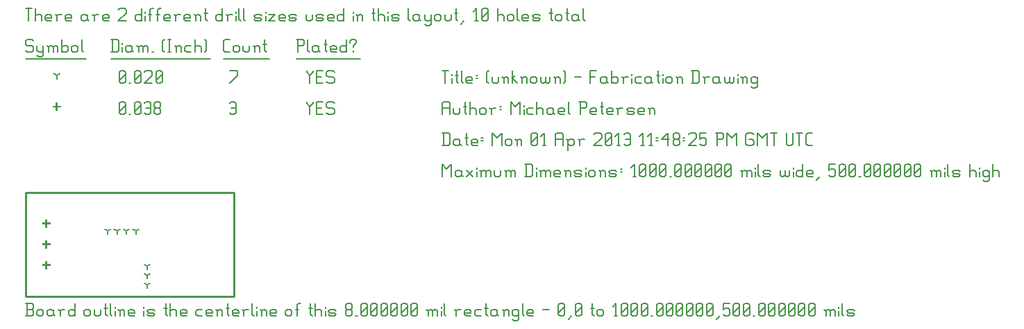
<source format=gbr>
G04 start of page 11 for group -3984 idx -3984 *
G04 Title: (unknown), fab *
G04 Creator: pcb 20110918 *
G04 CreationDate: Mon 01 Apr 2013 11:48:25 PM GMT UTC *
G04 For: railfan *
G04 Format: Gerber/RS-274X *
G04 PCB-Dimensions: 100000 50000 *
G04 PCB-Coordinate-Origin: lower left *
%MOIN*%
%FSLAX25Y25*%
%LNFAB*%
%ADD50C,0.0100*%
%ADD49C,0.0060*%
%ADD48R,0.0080X0.0080*%
G54D48*X10000Y36600D02*Y33400D01*
X8400Y35000D02*X11600D01*
X10000Y26600D02*Y23400D01*
X8400Y25000D02*X11600D01*
X10000Y16600D02*Y13400D01*
X8400Y15000D02*X11600D01*
X15000Y92850D02*Y89650D01*
X13400Y91250D02*X16600D01*
G54D49*X135000Y93500D02*Y92750D01*
X136500Y91250D01*
X138000Y92750D01*
Y93500D02*Y92750D01*
X136500Y91250D02*Y87500D01*
X139800Y90500D02*X142050D01*
X139800Y87500D02*X142800D01*
X139800Y93500D02*Y87500D01*
Y93500D02*X142800D01*
X147600D02*X148350Y92750D01*
X145350Y93500D02*X147600D01*
X144600Y92750D02*X145350Y93500D01*
X144600Y92750D02*Y91250D01*
X145350Y90500D01*
X147600D01*
X148350Y89750D01*
Y88250D01*
X147600Y87500D02*X148350Y88250D01*
X145350Y87500D02*X147600D01*
X144600Y88250D02*X145350Y87500D01*
X98000Y92750D02*X98750Y93500D01*
X100250D01*
X101000Y92750D01*
Y88250D01*
X100250Y87500D02*X101000Y88250D01*
X98750Y87500D02*X100250D01*
X98000Y88250D02*X98750Y87500D01*
Y90500D02*X101000D01*
X45000Y88250D02*X45750Y87500D01*
X45000Y92750D02*Y88250D01*
Y92750D02*X45750Y93500D01*
X47250D01*
X48000Y92750D01*
Y88250D01*
X47250Y87500D02*X48000Y88250D01*
X45750Y87500D02*X47250D01*
X45000Y89000D02*X48000Y92000D01*
X49800Y87500D02*X50550D01*
X52350Y88250D02*X53100Y87500D01*
X52350Y92750D02*Y88250D01*
Y92750D02*X53100Y93500D01*
X54600D01*
X55350Y92750D01*
Y88250D01*
X54600Y87500D02*X55350Y88250D01*
X53100Y87500D02*X54600D01*
X52350Y89000D02*X55350Y92000D01*
X57150Y92750D02*X57900Y93500D01*
X59400D01*
X60150Y92750D01*
Y88250D01*
X59400Y87500D02*X60150Y88250D01*
X57900Y87500D02*X59400D01*
X57150Y88250D02*X57900Y87500D01*
Y90500D02*X60150D01*
X61950Y88250D02*X62700Y87500D01*
X61950Y89750D02*Y88250D01*
Y89750D02*X62700Y90500D01*
X64200D01*
X64950Y89750D01*
Y88250D01*
X64200Y87500D02*X64950Y88250D01*
X62700Y87500D02*X64200D01*
X61950Y91250D02*X62700Y90500D01*
X61950Y92750D02*Y91250D01*
Y92750D02*X62700Y93500D01*
X64200D01*
X64950Y92750D01*
Y91250D01*
X64200Y90500D02*X64950Y91250D01*
X44000Y31500D02*Y29900D01*
Y31500D02*X45387Y32300D01*
X44000Y31500D02*X42613Y32300D01*
X53000Y31500D02*Y29900D01*
Y31500D02*X54387Y32300D01*
X53000Y31500D02*X51613Y32300D01*
X39500Y31500D02*Y29900D01*
Y31500D02*X40887Y32300D01*
X39500Y31500D02*X38113Y32300D01*
X48500Y31500D02*Y29900D01*
Y31500D02*X49887Y32300D01*
X48500Y31500D02*X47113Y32300D01*
X58500Y14500D02*Y12900D01*
Y14500D02*X59887Y15300D01*
X58500Y14500D02*X57113Y15300D01*
X58500Y10000D02*Y8400D01*
Y10000D02*X59887Y10800D01*
X58500Y10000D02*X57113Y10800D01*
X58500Y5500D02*Y3900D01*
Y5500D02*X59887Y6300D01*
X58500Y5500D02*X57113Y6300D01*
X15000Y106250D02*Y104650D01*
Y106250D02*X16387Y107050D01*
X15000Y106250D02*X13613Y107050D01*
X135000Y108500D02*Y107750D01*
X136500Y106250D01*
X138000Y107750D01*
Y108500D02*Y107750D01*
X136500Y106250D02*Y102500D01*
X139800Y105500D02*X142050D01*
X139800Y102500D02*X142800D01*
X139800Y108500D02*Y102500D01*
Y108500D02*X142800D01*
X147600D02*X148350Y107750D01*
X145350Y108500D02*X147600D01*
X144600Y107750D02*X145350Y108500D01*
X144600Y107750D02*Y106250D01*
X145350Y105500D01*
X147600D01*
X148350Y104750D01*
Y103250D01*
X147600Y102500D02*X148350Y103250D01*
X145350Y102500D02*X147600D01*
X144600Y103250D02*X145350Y102500D01*
X98000D02*X101750Y106250D01*
Y108500D02*Y106250D01*
X98000Y108500D02*X101750D01*
X45000Y103250D02*X45750Y102500D01*
X45000Y107750D02*Y103250D01*
Y107750D02*X45750Y108500D01*
X47250D01*
X48000Y107750D01*
Y103250D01*
X47250Y102500D02*X48000Y103250D01*
X45750Y102500D02*X47250D01*
X45000Y104000D02*X48000Y107000D01*
X49800Y102500D02*X50550D01*
X52350Y103250D02*X53100Y102500D01*
X52350Y107750D02*Y103250D01*
Y107750D02*X53100Y108500D01*
X54600D01*
X55350Y107750D01*
Y103250D01*
X54600Y102500D02*X55350Y103250D01*
X53100Y102500D02*X54600D01*
X52350Y104000D02*X55350Y107000D01*
X57150Y107750D02*X57900Y108500D01*
X60150D01*
X60900Y107750D01*
Y106250D01*
X57150Y102500D02*X60900Y106250D01*
X57150Y102500D02*X60900D01*
X62700Y103250D02*X63450Y102500D01*
X62700Y107750D02*Y103250D01*
Y107750D02*X63450Y108500D01*
X64950D01*
X65700Y107750D01*
Y103250D01*
X64950Y102500D02*X65700Y103250D01*
X63450Y102500D02*X64950D01*
X62700Y104000D02*X65700Y107000D01*
X3000Y123500D02*X3750Y122750D01*
X750Y123500D02*X3000D01*
X0Y122750D02*X750Y123500D01*
X0Y122750D02*Y121250D01*
X750Y120500D01*
X3000D01*
X3750Y119750D01*
Y118250D01*
X3000Y117500D02*X3750Y118250D01*
X750Y117500D02*X3000D01*
X0Y118250D02*X750Y117500D01*
X5550Y120500D02*Y118250D01*
X6300Y117500D01*
X8550Y120500D02*Y116000D01*
X7800Y115250D02*X8550Y116000D01*
X6300Y115250D02*X7800D01*
X5550Y116000D02*X6300Y115250D01*
Y117500D02*X7800D01*
X8550Y118250D01*
X11100Y119750D02*Y117500D01*
Y119750D02*X11850Y120500D01*
X12600D01*
X13350Y119750D01*
Y117500D01*
Y119750D02*X14100Y120500D01*
X14850D01*
X15600Y119750D01*
Y117500D01*
X10350Y120500D02*X11100Y119750D01*
X17400Y123500D02*Y117500D01*
Y118250D02*X18150Y117500D01*
X19650D01*
X20400Y118250D01*
Y119750D02*Y118250D01*
X19650Y120500D02*X20400Y119750D01*
X18150Y120500D02*X19650D01*
X17400Y119750D02*X18150Y120500D01*
X22200Y119750D02*Y118250D01*
Y119750D02*X22950Y120500D01*
X24450D01*
X25200Y119750D01*
Y118250D01*
X24450Y117500D02*X25200Y118250D01*
X22950Y117500D02*X24450D01*
X22200Y118250D02*X22950Y117500D01*
X27000Y123500D02*Y118250D01*
X27750Y117500D01*
X0Y114250D02*X29250D01*
X41750Y123500D02*Y117500D01*
X44000Y123500D02*X44750Y122750D01*
Y118250D01*
X44000Y117500D02*X44750Y118250D01*
X41000Y117500D02*X44000D01*
X41000Y123500D02*X44000D01*
X46550Y122000D02*Y121250D01*
Y119750D02*Y117500D01*
X50300Y120500D02*X51050Y119750D01*
X48800Y120500D02*X50300D01*
X48050Y119750D02*X48800Y120500D01*
X48050Y119750D02*Y118250D01*
X48800Y117500D01*
X51050Y120500D02*Y118250D01*
X51800Y117500D01*
X48800D02*X50300D01*
X51050Y118250D01*
X54350Y119750D02*Y117500D01*
Y119750D02*X55100Y120500D01*
X55850D01*
X56600Y119750D01*
Y117500D01*
Y119750D02*X57350Y120500D01*
X58100D01*
X58850Y119750D01*
Y117500D01*
X53600Y120500D02*X54350Y119750D01*
X60650Y117500D02*X61400D01*
X65900Y118250D02*X66650Y117500D01*
X65900Y122750D02*X66650Y123500D01*
X65900Y122750D02*Y118250D01*
X68450Y123500D02*X69950D01*
X69200D02*Y117500D01*
X68450D02*X69950D01*
X72500Y119750D02*Y117500D01*
Y119750D02*X73250Y120500D01*
X74000D01*
X74750Y119750D01*
Y117500D01*
X71750Y120500D02*X72500Y119750D01*
X77300Y120500D02*X79550D01*
X76550Y119750D02*X77300Y120500D01*
X76550Y119750D02*Y118250D01*
X77300Y117500D01*
X79550D01*
X81350Y123500D02*Y117500D01*
Y119750D02*X82100Y120500D01*
X83600D01*
X84350Y119750D01*
Y117500D01*
X86150Y123500D02*X86900Y122750D01*
Y118250D01*
X86150Y117500D02*X86900Y118250D01*
X41000Y114250D02*X88700D01*
X95750Y117500D02*X98000D01*
X95000Y118250D02*X95750Y117500D01*
X95000Y122750D02*Y118250D01*
Y122750D02*X95750Y123500D01*
X98000D01*
X99800Y119750D02*Y118250D01*
Y119750D02*X100550Y120500D01*
X102050D01*
X102800Y119750D01*
Y118250D01*
X102050Y117500D02*X102800Y118250D01*
X100550Y117500D02*X102050D01*
X99800Y118250D02*X100550Y117500D01*
X104600Y120500D02*Y118250D01*
X105350Y117500D01*
X106850D01*
X107600Y118250D01*
Y120500D02*Y118250D01*
X110150Y119750D02*Y117500D01*
Y119750D02*X110900Y120500D01*
X111650D01*
X112400Y119750D01*
Y117500D01*
X109400Y120500D02*X110150Y119750D01*
X114950Y123500D02*Y118250D01*
X115700Y117500D01*
X114200Y121250D02*X115700D01*
X95000Y114250D02*X117200D01*
X130750Y123500D02*Y117500D01*
X130000Y123500D02*X133000D01*
X133750Y122750D01*
Y121250D01*
X133000Y120500D02*X133750Y121250D01*
X130750Y120500D02*X133000D01*
X135550Y123500D02*Y118250D01*
X136300Y117500D01*
X140050Y120500D02*X140800Y119750D01*
X138550Y120500D02*X140050D01*
X137800Y119750D02*X138550Y120500D01*
X137800Y119750D02*Y118250D01*
X138550Y117500D01*
X140800Y120500D02*Y118250D01*
X141550Y117500D01*
X138550D02*X140050D01*
X140800Y118250D01*
X144100Y123500D02*Y118250D01*
X144850Y117500D01*
X143350Y121250D02*X144850D01*
X147100Y117500D02*X149350D01*
X146350Y118250D02*X147100Y117500D01*
X146350Y119750D02*Y118250D01*
Y119750D02*X147100Y120500D01*
X148600D01*
X149350Y119750D01*
X146350Y119000D02*X149350D01*
Y119750D02*Y119000D01*
X154150Y123500D02*Y117500D01*
X153400D02*X154150Y118250D01*
X151900Y117500D02*X153400D01*
X151150Y118250D02*X151900Y117500D01*
X151150Y119750D02*Y118250D01*
Y119750D02*X151900Y120500D01*
X153400D01*
X154150Y119750D01*
X157450Y120500D02*Y119750D01*
Y118250D02*Y117500D01*
X155950Y122750D02*Y122000D01*
Y122750D02*X156700Y123500D01*
X158200D01*
X158950Y122750D01*
Y122000D01*
X157450Y120500D02*X158950Y122000D01*
X130000Y114250D02*X160750D01*
X0Y138500D02*X3000D01*
X1500D02*Y132500D01*
X4800Y138500D02*Y132500D01*
Y134750D02*X5550Y135500D01*
X7050D01*
X7800Y134750D01*
Y132500D01*
X10350D02*X12600D01*
X9600Y133250D02*X10350Y132500D01*
X9600Y134750D02*Y133250D01*
Y134750D02*X10350Y135500D01*
X11850D01*
X12600Y134750D01*
X9600Y134000D02*X12600D01*
Y134750D02*Y134000D01*
X15150Y134750D02*Y132500D01*
Y134750D02*X15900Y135500D01*
X17400D01*
X14400D02*X15150Y134750D01*
X19950Y132500D02*X22200D01*
X19200Y133250D02*X19950Y132500D01*
X19200Y134750D02*Y133250D01*
Y134750D02*X19950Y135500D01*
X21450D01*
X22200Y134750D01*
X19200Y134000D02*X22200D01*
Y134750D02*Y134000D01*
X28950Y135500D02*X29700Y134750D01*
X27450Y135500D02*X28950D01*
X26700Y134750D02*X27450Y135500D01*
X26700Y134750D02*Y133250D01*
X27450Y132500D01*
X29700Y135500D02*Y133250D01*
X30450Y132500D01*
X27450D02*X28950D01*
X29700Y133250D01*
X33000Y134750D02*Y132500D01*
Y134750D02*X33750Y135500D01*
X35250D01*
X32250D02*X33000Y134750D01*
X37800Y132500D02*X40050D01*
X37050Y133250D02*X37800Y132500D01*
X37050Y134750D02*Y133250D01*
Y134750D02*X37800Y135500D01*
X39300D01*
X40050Y134750D01*
X37050Y134000D02*X40050D01*
Y134750D02*Y134000D01*
X44550Y137750D02*X45300Y138500D01*
X47550D01*
X48300Y137750D01*
Y136250D01*
X44550Y132500D02*X48300Y136250D01*
X44550Y132500D02*X48300D01*
X55800Y138500D02*Y132500D01*
X55050D02*X55800Y133250D01*
X53550Y132500D02*X55050D01*
X52800Y133250D02*X53550Y132500D01*
X52800Y134750D02*Y133250D01*
Y134750D02*X53550Y135500D01*
X55050D01*
X55800Y134750D01*
X57600Y137000D02*Y136250D01*
Y134750D02*Y132500D01*
X59850Y137750D02*Y132500D01*
Y137750D02*X60600Y138500D01*
X61350D01*
X59100Y135500D02*X60600D01*
X63600Y137750D02*Y132500D01*
Y137750D02*X64350Y138500D01*
X65100D01*
X62850Y135500D02*X64350D01*
X67350Y132500D02*X69600D01*
X66600Y133250D02*X67350Y132500D01*
X66600Y134750D02*Y133250D01*
Y134750D02*X67350Y135500D01*
X68850D01*
X69600Y134750D01*
X66600Y134000D02*X69600D01*
Y134750D02*Y134000D01*
X72150Y134750D02*Y132500D01*
Y134750D02*X72900Y135500D01*
X74400D01*
X71400D02*X72150Y134750D01*
X76950Y132500D02*X79200D01*
X76200Y133250D02*X76950Y132500D01*
X76200Y134750D02*Y133250D01*
Y134750D02*X76950Y135500D01*
X78450D01*
X79200Y134750D01*
X76200Y134000D02*X79200D01*
Y134750D02*Y134000D01*
X81750Y134750D02*Y132500D01*
Y134750D02*X82500Y135500D01*
X83250D01*
X84000Y134750D01*
Y132500D01*
X81000Y135500D02*X81750Y134750D01*
X86550Y138500D02*Y133250D01*
X87300Y132500D01*
X85800Y136250D02*X87300D01*
X94500Y138500D02*Y132500D01*
X93750D02*X94500Y133250D01*
X92250Y132500D02*X93750D01*
X91500Y133250D02*X92250Y132500D01*
X91500Y134750D02*Y133250D01*
Y134750D02*X92250Y135500D01*
X93750D01*
X94500Y134750D01*
X97050D02*Y132500D01*
Y134750D02*X97800Y135500D01*
X99300D01*
X96300D02*X97050Y134750D01*
X101100Y137000D02*Y136250D01*
Y134750D02*Y132500D01*
X102600Y138500D02*Y133250D01*
X103350Y132500D01*
X104850Y138500D02*Y133250D01*
X105600Y132500D01*
X110550D02*X112800D01*
X113550Y133250D01*
X112800Y134000D02*X113550Y133250D01*
X110550Y134000D02*X112800D01*
X109800Y134750D02*X110550Y134000D01*
X109800Y134750D02*X110550Y135500D01*
X112800D01*
X113550Y134750D01*
X109800Y133250D02*X110550Y132500D01*
X115350Y137000D02*Y136250D01*
Y134750D02*Y132500D01*
X116850Y135500D02*X119850D01*
X116850Y132500D02*X119850Y135500D01*
X116850Y132500D02*X119850D01*
X122400D02*X124650D01*
X121650Y133250D02*X122400Y132500D01*
X121650Y134750D02*Y133250D01*
Y134750D02*X122400Y135500D01*
X123900D01*
X124650Y134750D01*
X121650Y134000D02*X124650D01*
Y134750D02*Y134000D01*
X127200Y132500D02*X129450D01*
X130200Y133250D01*
X129450Y134000D02*X130200Y133250D01*
X127200Y134000D02*X129450D01*
X126450Y134750D02*X127200Y134000D01*
X126450Y134750D02*X127200Y135500D01*
X129450D01*
X130200Y134750D01*
X126450Y133250D02*X127200Y132500D01*
X134700Y135500D02*Y133250D01*
X135450Y132500D01*
X136950D01*
X137700Y133250D01*
Y135500D02*Y133250D01*
X140250Y132500D02*X142500D01*
X143250Y133250D01*
X142500Y134000D02*X143250Y133250D01*
X140250Y134000D02*X142500D01*
X139500Y134750D02*X140250Y134000D01*
X139500Y134750D02*X140250Y135500D01*
X142500D01*
X143250Y134750D01*
X139500Y133250D02*X140250Y132500D01*
X145800D02*X148050D01*
X145050Y133250D02*X145800Y132500D01*
X145050Y134750D02*Y133250D01*
Y134750D02*X145800Y135500D01*
X147300D01*
X148050Y134750D01*
X145050Y134000D02*X148050D01*
Y134750D02*Y134000D01*
X152850Y138500D02*Y132500D01*
X152100D02*X152850Y133250D01*
X150600Y132500D02*X152100D01*
X149850Y133250D02*X150600Y132500D01*
X149850Y134750D02*Y133250D01*
Y134750D02*X150600Y135500D01*
X152100D01*
X152850Y134750D01*
X157350Y137000D02*Y136250D01*
Y134750D02*Y132500D01*
X159600Y134750D02*Y132500D01*
Y134750D02*X160350Y135500D01*
X161100D01*
X161850Y134750D01*
Y132500D01*
X158850Y135500D02*X159600Y134750D01*
X167100Y138500D02*Y133250D01*
X167850Y132500D01*
X166350Y136250D02*X167850D01*
X169350Y138500D02*Y132500D01*
Y134750D02*X170100Y135500D01*
X171600D01*
X172350Y134750D01*
Y132500D01*
X174150Y137000D02*Y136250D01*
Y134750D02*Y132500D01*
X176400D02*X178650D01*
X179400Y133250D01*
X178650Y134000D02*X179400Y133250D01*
X176400Y134000D02*X178650D01*
X175650Y134750D02*X176400Y134000D01*
X175650Y134750D02*X176400Y135500D01*
X178650D01*
X179400Y134750D01*
X175650Y133250D02*X176400Y132500D01*
X183900Y138500D02*Y133250D01*
X184650Y132500D01*
X188400Y135500D02*X189150Y134750D01*
X186900Y135500D02*X188400D01*
X186150Y134750D02*X186900Y135500D01*
X186150Y134750D02*Y133250D01*
X186900Y132500D01*
X189150Y135500D02*Y133250D01*
X189900Y132500D01*
X186900D02*X188400D01*
X189150Y133250D01*
X191700Y135500D02*Y133250D01*
X192450Y132500D01*
X194700Y135500D02*Y131000D01*
X193950Y130250D02*X194700Y131000D01*
X192450Y130250D02*X193950D01*
X191700Y131000D02*X192450Y130250D01*
Y132500D02*X193950D01*
X194700Y133250D01*
X196500Y134750D02*Y133250D01*
Y134750D02*X197250Y135500D01*
X198750D01*
X199500Y134750D01*
Y133250D01*
X198750Y132500D02*X199500Y133250D01*
X197250Y132500D02*X198750D01*
X196500Y133250D02*X197250Y132500D01*
X201300Y135500D02*Y133250D01*
X202050Y132500D01*
X203550D01*
X204300Y133250D01*
Y135500D02*Y133250D01*
X206850Y138500D02*Y133250D01*
X207600Y132500D01*
X206100Y136250D02*X207600D01*
X209100Y131000D02*X210600Y132500D01*
X215850D02*X217350D01*
X216600Y138500D02*Y132500D01*
X215100Y137000D02*X216600Y138500D01*
X219150Y133250D02*X219900Y132500D01*
X219150Y137750D02*Y133250D01*
Y137750D02*X219900Y138500D01*
X221400D01*
X222150Y137750D01*
Y133250D01*
X221400Y132500D02*X222150Y133250D01*
X219900Y132500D02*X221400D01*
X219150Y134000D02*X222150Y137000D01*
X226650Y138500D02*Y132500D01*
Y134750D02*X227400Y135500D01*
X228900D01*
X229650Y134750D01*
Y132500D01*
X231450Y134750D02*Y133250D01*
Y134750D02*X232200Y135500D01*
X233700D01*
X234450Y134750D01*
Y133250D01*
X233700Y132500D02*X234450Y133250D01*
X232200Y132500D02*X233700D01*
X231450Y133250D02*X232200Y132500D01*
X236250Y138500D02*Y133250D01*
X237000Y132500D01*
X239250D02*X241500D01*
X238500Y133250D02*X239250Y132500D01*
X238500Y134750D02*Y133250D01*
Y134750D02*X239250Y135500D01*
X240750D01*
X241500Y134750D01*
X238500Y134000D02*X241500D01*
Y134750D02*Y134000D01*
X244050Y132500D02*X246300D01*
X247050Y133250D01*
X246300Y134000D02*X247050Y133250D01*
X244050Y134000D02*X246300D01*
X243300Y134750D02*X244050Y134000D01*
X243300Y134750D02*X244050Y135500D01*
X246300D01*
X247050Y134750D01*
X243300Y133250D02*X244050Y132500D01*
X252300Y138500D02*Y133250D01*
X253050Y132500D01*
X251550Y136250D02*X253050D01*
X254550Y134750D02*Y133250D01*
Y134750D02*X255300Y135500D01*
X256800D01*
X257550Y134750D01*
Y133250D01*
X256800Y132500D02*X257550Y133250D01*
X255300Y132500D02*X256800D01*
X254550Y133250D02*X255300Y132500D01*
X260100Y138500D02*Y133250D01*
X260850Y132500D01*
X259350Y136250D02*X260850D01*
X264600Y135500D02*X265350Y134750D01*
X263100Y135500D02*X264600D01*
X262350Y134750D02*X263100Y135500D01*
X262350Y134750D02*Y133250D01*
X263100Y132500D01*
X265350Y135500D02*Y133250D01*
X266100Y132500D01*
X263100D02*X264600D01*
X265350Y133250D01*
X267900Y138500D02*Y133250D01*
X268650Y132500D01*
G54D50*X0Y50000D02*X100000D01*
X0D02*Y0D01*
X100000Y50000D02*Y0D01*
X0D02*X100000D01*
G54D49*X200000Y63500D02*Y57500D01*
Y63500D02*X202250Y61250D01*
X204500Y63500D01*
Y57500D01*
X208550Y60500D02*X209300Y59750D01*
X207050Y60500D02*X208550D01*
X206300Y59750D02*X207050Y60500D01*
X206300Y59750D02*Y58250D01*
X207050Y57500D01*
X209300Y60500D02*Y58250D01*
X210050Y57500D01*
X207050D02*X208550D01*
X209300Y58250D01*
X211850Y60500D02*X214850Y57500D01*
X211850D02*X214850Y60500D01*
X216650Y62000D02*Y61250D01*
Y59750D02*Y57500D01*
X218900Y59750D02*Y57500D01*
Y59750D02*X219650Y60500D01*
X220400D01*
X221150Y59750D01*
Y57500D01*
Y59750D02*X221900Y60500D01*
X222650D01*
X223400Y59750D01*
Y57500D01*
X218150Y60500D02*X218900Y59750D01*
X225200Y60500D02*Y58250D01*
X225950Y57500D01*
X227450D01*
X228200Y58250D01*
Y60500D02*Y58250D01*
X230750Y59750D02*Y57500D01*
Y59750D02*X231500Y60500D01*
X232250D01*
X233000Y59750D01*
Y57500D01*
Y59750D02*X233750Y60500D01*
X234500D01*
X235250Y59750D01*
Y57500D01*
X230000Y60500D02*X230750Y59750D01*
X240500Y63500D02*Y57500D01*
X242750Y63500D02*X243500Y62750D01*
Y58250D01*
X242750Y57500D02*X243500Y58250D01*
X239750Y57500D02*X242750D01*
X239750Y63500D02*X242750D01*
X245300Y62000D02*Y61250D01*
Y59750D02*Y57500D01*
X247550Y59750D02*Y57500D01*
Y59750D02*X248300Y60500D01*
X249050D01*
X249800Y59750D01*
Y57500D01*
Y59750D02*X250550Y60500D01*
X251300D01*
X252050Y59750D01*
Y57500D01*
X246800Y60500D02*X247550Y59750D01*
X254600Y57500D02*X256850D01*
X253850Y58250D02*X254600Y57500D01*
X253850Y59750D02*Y58250D01*
Y59750D02*X254600Y60500D01*
X256100D01*
X256850Y59750D01*
X253850Y59000D02*X256850D01*
Y59750D02*Y59000D01*
X259400Y59750D02*Y57500D01*
Y59750D02*X260150Y60500D01*
X260900D01*
X261650Y59750D01*
Y57500D01*
X258650Y60500D02*X259400Y59750D01*
X264200Y57500D02*X266450D01*
X267200Y58250D01*
X266450Y59000D02*X267200Y58250D01*
X264200Y59000D02*X266450D01*
X263450Y59750D02*X264200Y59000D01*
X263450Y59750D02*X264200Y60500D01*
X266450D01*
X267200Y59750D01*
X263450Y58250D02*X264200Y57500D01*
X269000Y62000D02*Y61250D01*
Y59750D02*Y57500D01*
X270500Y59750D02*Y58250D01*
Y59750D02*X271250Y60500D01*
X272750D01*
X273500Y59750D01*
Y58250D01*
X272750Y57500D02*X273500Y58250D01*
X271250Y57500D02*X272750D01*
X270500Y58250D02*X271250Y57500D01*
X276050Y59750D02*Y57500D01*
Y59750D02*X276800Y60500D01*
X277550D01*
X278300Y59750D01*
Y57500D01*
X275300Y60500D02*X276050Y59750D01*
X280850Y57500D02*X283100D01*
X283850Y58250D01*
X283100Y59000D02*X283850Y58250D01*
X280850Y59000D02*X283100D01*
X280100Y59750D02*X280850Y59000D01*
X280100Y59750D02*X280850Y60500D01*
X283100D01*
X283850Y59750D01*
X280100Y58250D02*X280850Y57500D01*
X285650Y61250D02*X286400D01*
X285650Y59750D02*X286400D01*
X291650Y57500D02*X293150D01*
X292400Y63500D02*Y57500D01*
X290900Y62000D02*X292400Y63500D01*
X294950Y58250D02*X295700Y57500D01*
X294950Y62750D02*Y58250D01*
Y62750D02*X295700Y63500D01*
X297200D01*
X297950Y62750D01*
Y58250D01*
X297200Y57500D02*X297950Y58250D01*
X295700Y57500D02*X297200D01*
X294950Y59000D02*X297950Y62000D01*
X299750Y58250D02*X300500Y57500D01*
X299750Y62750D02*Y58250D01*
Y62750D02*X300500Y63500D01*
X302000D01*
X302750Y62750D01*
Y58250D01*
X302000Y57500D02*X302750Y58250D01*
X300500Y57500D02*X302000D01*
X299750Y59000D02*X302750Y62000D01*
X304550Y58250D02*X305300Y57500D01*
X304550Y62750D02*Y58250D01*
Y62750D02*X305300Y63500D01*
X306800D01*
X307550Y62750D01*
Y58250D01*
X306800Y57500D02*X307550Y58250D01*
X305300Y57500D02*X306800D01*
X304550Y59000D02*X307550Y62000D01*
X309350Y57500D02*X310100D01*
X311900Y58250D02*X312650Y57500D01*
X311900Y62750D02*Y58250D01*
Y62750D02*X312650Y63500D01*
X314150D01*
X314900Y62750D01*
Y58250D01*
X314150Y57500D02*X314900Y58250D01*
X312650Y57500D02*X314150D01*
X311900Y59000D02*X314900Y62000D01*
X316700Y58250D02*X317450Y57500D01*
X316700Y62750D02*Y58250D01*
Y62750D02*X317450Y63500D01*
X318950D01*
X319700Y62750D01*
Y58250D01*
X318950Y57500D02*X319700Y58250D01*
X317450Y57500D02*X318950D01*
X316700Y59000D02*X319700Y62000D01*
X321500Y58250D02*X322250Y57500D01*
X321500Y62750D02*Y58250D01*
Y62750D02*X322250Y63500D01*
X323750D01*
X324500Y62750D01*
Y58250D01*
X323750Y57500D02*X324500Y58250D01*
X322250Y57500D02*X323750D01*
X321500Y59000D02*X324500Y62000D01*
X326300Y58250D02*X327050Y57500D01*
X326300Y62750D02*Y58250D01*
Y62750D02*X327050Y63500D01*
X328550D01*
X329300Y62750D01*
Y58250D01*
X328550Y57500D02*X329300Y58250D01*
X327050Y57500D02*X328550D01*
X326300Y59000D02*X329300Y62000D01*
X331100Y58250D02*X331850Y57500D01*
X331100Y62750D02*Y58250D01*
Y62750D02*X331850Y63500D01*
X333350D01*
X334100Y62750D01*
Y58250D01*
X333350Y57500D02*X334100Y58250D01*
X331850Y57500D02*X333350D01*
X331100Y59000D02*X334100Y62000D01*
X335900Y58250D02*X336650Y57500D01*
X335900Y62750D02*Y58250D01*
Y62750D02*X336650Y63500D01*
X338150D01*
X338900Y62750D01*
Y58250D01*
X338150Y57500D02*X338900Y58250D01*
X336650Y57500D02*X338150D01*
X335900Y59000D02*X338900Y62000D01*
X344150Y59750D02*Y57500D01*
Y59750D02*X344900Y60500D01*
X345650D01*
X346400Y59750D01*
Y57500D01*
Y59750D02*X347150Y60500D01*
X347900D01*
X348650Y59750D01*
Y57500D01*
X343400Y60500D02*X344150Y59750D01*
X350450Y62000D02*Y61250D01*
Y59750D02*Y57500D01*
X351950Y63500D02*Y58250D01*
X352700Y57500D01*
X354950D02*X357200D01*
X357950Y58250D01*
X357200Y59000D02*X357950Y58250D01*
X354950Y59000D02*X357200D01*
X354200Y59750D02*X354950Y59000D01*
X354200Y59750D02*X354950Y60500D01*
X357200D01*
X357950Y59750D01*
X354200Y58250D02*X354950Y57500D01*
X362450Y60500D02*Y58250D01*
X363200Y57500D01*
X363950D01*
X364700Y58250D01*
Y60500D02*Y58250D01*
X365450Y57500D01*
X366200D01*
X366950Y58250D01*
Y60500D02*Y58250D01*
X368750Y62000D02*Y61250D01*
Y59750D02*Y57500D01*
X373250Y63500D02*Y57500D01*
X372500D02*X373250Y58250D01*
X371000Y57500D02*X372500D01*
X370250Y58250D02*X371000Y57500D01*
X370250Y59750D02*Y58250D01*
Y59750D02*X371000Y60500D01*
X372500D01*
X373250Y59750D01*
X375800Y57500D02*X378050D01*
X375050Y58250D02*X375800Y57500D01*
X375050Y59750D02*Y58250D01*
Y59750D02*X375800Y60500D01*
X377300D01*
X378050Y59750D01*
X375050Y59000D02*X378050D01*
Y59750D02*Y59000D01*
X379850Y56000D02*X381350Y57500D01*
X385850Y63500D02*X388850D01*
X385850D02*Y60500D01*
X386600Y61250D01*
X388100D01*
X388850Y60500D01*
Y58250D01*
X388100Y57500D02*X388850Y58250D01*
X386600Y57500D02*X388100D01*
X385850Y58250D02*X386600Y57500D01*
X390650Y58250D02*X391400Y57500D01*
X390650Y62750D02*Y58250D01*
Y62750D02*X391400Y63500D01*
X392900D01*
X393650Y62750D01*
Y58250D01*
X392900Y57500D02*X393650Y58250D01*
X391400Y57500D02*X392900D01*
X390650Y59000D02*X393650Y62000D01*
X395450Y58250D02*X396200Y57500D01*
X395450Y62750D02*Y58250D01*
Y62750D02*X396200Y63500D01*
X397700D01*
X398450Y62750D01*
Y58250D01*
X397700Y57500D02*X398450Y58250D01*
X396200Y57500D02*X397700D01*
X395450Y59000D02*X398450Y62000D01*
X400250Y57500D02*X401000D01*
X402800Y58250D02*X403550Y57500D01*
X402800Y62750D02*Y58250D01*
Y62750D02*X403550Y63500D01*
X405050D01*
X405800Y62750D01*
Y58250D01*
X405050Y57500D02*X405800Y58250D01*
X403550Y57500D02*X405050D01*
X402800Y59000D02*X405800Y62000D01*
X407600Y58250D02*X408350Y57500D01*
X407600Y62750D02*Y58250D01*
Y62750D02*X408350Y63500D01*
X409850D01*
X410600Y62750D01*
Y58250D01*
X409850Y57500D02*X410600Y58250D01*
X408350Y57500D02*X409850D01*
X407600Y59000D02*X410600Y62000D01*
X412400Y58250D02*X413150Y57500D01*
X412400Y62750D02*Y58250D01*
Y62750D02*X413150Y63500D01*
X414650D01*
X415400Y62750D01*
Y58250D01*
X414650Y57500D02*X415400Y58250D01*
X413150Y57500D02*X414650D01*
X412400Y59000D02*X415400Y62000D01*
X417200Y58250D02*X417950Y57500D01*
X417200Y62750D02*Y58250D01*
Y62750D02*X417950Y63500D01*
X419450D01*
X420200Y62750D01*
Y58250D01*
X419450Y57500D02*X420200Y58250D01*
X417950Y57500D02*X419450D01*
X417200Y59000D02*X420200Y62000D01*
X422000Y58250D02*X422750Y57500D01*
X422000Y62750D02*Y58250D01*
Y62750D02*X422750Y63500D01*
X424250D01*
X425000Y62750D01*
Y58250D01*
X424250Y57500D02*X425000Y58250D01*
X422750Y57500D02*X424250D01*
X422000Y59000D02*X425000Y62000D01*
X426800Y58250D02*X427550Y57500D01*
X426800Y62750D02*Y58250D01*
Y62750D02*X427550Y63500D01*
X429050D01*
X429800Y62750D01*
Y58250D01*
X429050Y57500D02*X429800Y58250D01*
X427550Y57500D02*X429050D01*
X426800Y59000D02*X429800Y62000D01*
X435050Y59750D02*Y57500D01*
Y59750D02*X435800Y60500D01*
X436550D01*
X437300Y59750D01*
Y57500D01*
Y59750D02*X438050Y60500D01*
X438800D01*
X439550Y59750D01*
Y57500D01*
X434300Y60500D02*X435050Y59750D01*
X441350Y62000D02*Y61250D01*
Y59750D02*Y57500D01*
X442850Y63500D02*Y58250D01*
X443600Y57500D01*
X445850D02*X448100D01*
X448850Y58250D01*
X448100Y59000D02*X448850Y58250D01*
X445850Y59000D02*X448100D01*
X445100Y59750D02*X445850Y59000D01*
X445100Y59750D02*X445850Y60500D01*
X448100D01*
X448850Y59750D01*
X445100Y58250D02*X445850Y57500D01*
X453350Y63500D02*Y57500D01*
Y59750D02*X454100Y60500D01*
X455600D01*
X456350Y59750D01*
Y57500D01*
X458150Y62000D02*Y61250D01*
Y59750D02*Y57500D01*
X461900Y60500D02*X462650Y59750D01*
X460400Y60500D02*X461900D01*
X459650Y59750D02*X460400Y60500D01*
X459650Y59750D02*Y58250D01*
X460400Y57500D01*
X461900D01*
X462650Y58250D01*
X459650Y56000D02*X460400Y55250D01*
X461900D01*
X462650Y56000D01*
Y60500D02*Y56000D01*
X464450Y63500D02*Y57500D01*
Y59750D02*X465200Y60500D01*
X466700D01*
X467450Y59750D01*
Y57500D01*
X0Y-9500D02*X3000D01*
X3750Y-8750D01*
Y-7250D02*Y-8750D01*
X3000Y-6500D02*X3750Y-7250D01*
X750Y-6500D02*X3000D01*
X750Y-3500D02*Y-9500D01*
X0Y-3500D02*X3000D01*
X3750Y-4250D01*
Y-5750D01*
X3000Y-6500D02*X3750Y-5750D01*
X5550Y-7250D02*Y-8750D01*
Y-7250D02*X6300Y-6500D01*
X7800D01*
X8550Y-7250D01*
Y-8750D01*
X7800Y-9500D02*X8550Y-8750D01*
X6300Y-9500D02*X7800D01*
X5550Y-8750D02*X6300Y-9500D01*
X12600Y-6500D02*X13350Y-7250D01*
X11100Y-6500D02*X12600D01*
X10350Y-7250D02*X11100Y-6500D01*
X10350Y-7250D02*Y-8750D01*
X11100Y-9500D01*
X13350Y-6500D02*Y-8750D01*
X14100Y-9500D01*
X11100D02*X12600D01*
X13350Y-8750D01*
X16650Y-7250D02*Y-9500D01*
Y-7250D02*X17400Y-6500D01*
X18900D01*
X15900D02*X16650Y-7250D01*
X23700Y-3500D02*Y-9500D01*
X22950D02*X23700Y-8750D01*
X21450Y-9500D02*X22950D01*
X20700Y-8750D02*X21450Y-9500D01*
X20700Y-7250D02*Y-8750D01*
Y-7250D02*X21450Y-6500D01*
X22950D01*
X23700Y-7250D01*
X28200D02*Y-8750D01*
Y-7250D02*X28950Y-6500D01*
X30450D01*
X31200Y-7250D01*
Y-8750D01*
X30450Y-9500D02*X31200Y-8750D01*
X28950Y-9500D02*X30450D01*
X28200Y-8750D02*X28950Y-9500D01*
X33000Y-6500D02*Y-8750D01*
X33750Y-9500D01*
X35250D01*
X36000Y-8750D01*
Y-6500D02*Y-8750D01*
X38550Y-3500D02*Y-8750D01*
X39300Y-9500D01*
X37800Y-5750D02*X39300D01*
X40800Y-3500D02*Y-8750D01*
X41550Y-9500D01*
X43050Y-5000D02*Y-5750D01*
Y-7250D02*Y-9500D01*
X45300Y-7250D02*Y-9500D01*
Y-7250D02*X46050Y-6500D01*
X46800D01*
X47550Y-7250D01*
Y-9500D01*
X44550Y-6500D02*X45300Y-7250D01*
X50100Y-9500D02*X52350D01*
X49350Y-8750D02*X50100Y-9500D01*
X49350Y-7250D02*Y-8750D01*
Y-7250D02*X50100Y-6500D01*
X51600D01*
X52350Y-7250D01*
X49350Y-8000D02*X52350D01*
Y-7250D02*Y-8000D01*
X56850Y-5000D02*Y-5750D01*
Y-7250D02*Y-9500D01*
X59100D02*X61350D01*
X62100Y-8750D01*
X61350Y-8000D02*X62100Y-8750D01*
X59100Y-8000D02*X61350D01*
X58350Y-7250D02*X59100Y-8000D01*
X58350Y-7250D02*X59100Y-6500D01*
X61350D01*
X62100Y-7250D01*
X58350Y-8750D02*X59100Y-9500D01*
X67350Y-3500D02*Y-8750D01*
X68100Y-9500D01*
X66600Y-5750D02*X68100D01*
X69600Y-3500D02*Y-9500D01*
Y-7250D02*X70350Y-6500D01*
X71850D01*
X72600Y-7250D01*
Y-9500D01*
X75150D02*X77400D01*
X74400Y-8750D02*X75150Y-9500D01*
X74400Y-7250D02*Y-8750D01*
Y-7250D02*X75150Y-6500D01*
X76650D01*
X77400Y-7250D01*
X74400Y-8000D02*X77400D01*
Y-7250D02*Y-8000D01*
X82650Y-6500D02*X84900D01*
X81900Y-7250D02*X82650Y-6500D01*
X81900Y-7250D02*Y-8750D01*
X82650Y-9500D01*
X84900D01*
X87450D02*X89700D01*
X86700Y-8750D02*X87450Y-9500D01*
X86700Y-7250D02*Y-8750D01*
Y-7250D02*X87450Y-6500D01*
X88950D01*
X89700Y-7250D01*
X86700Y-8000D02*X89700D01*
Y-7250D02*Y-8000D01*
X92250Y-7250D02*Y-9500D01*
Y-7250D02*X93000Y-6500D01*
X93750D01*
X94500Y-7250D01*
Y-9500D01*
X91500Y-6500D02*X92250Y-7250D01*
X97050Y-3500D02*Y-8750D01*
X97800Y-9500D01*
X96300Y-5750D02*X97800D01*
X100050Y-9500D02*X102300D01*
X99300Y-8750D02*X100050Y-9500D01*
X99300Y-7250D02*Y-8750D01*
Y-7250D02*X100050Y-6500D01*
X101550D01*
X102300Y-7250D01*
X99300Y-8000D02*X102300D01*
Y-7250D02*Y-8000D01*
X104850Y-7250D02*Y-9500D01*
Y-7250D02*X105600Y-6500D01*
X107100D01*
X104100D02*X104850Y-7250D01*
X108900Y-3500D02*Y-8750D01*
X109650Y-9500D01*
X111150Y-5000D02*Y-5750D01*
Y-7250D02*Y-9500D01*
X113400Y-7250D02*Y-9500D01*
Y-7250D02*X114150Y-6500D01*
X114900D01*
X115650Y-7250D01*
Y-9500D01*
X112650Y-6500D02*X113400Y-7250D01*
X118200Y-9500D02*X120450D01*
X117450Y-8750D02*X118200Y-9500D01*
X117450Y-7250D02*Y-8750D01*
Y-7250D02*X118200Y-6500D01*
X119700D01*
X120450Y-7250D01*
X117450Y-8000D02*X120450D01*
Y-7250D02*Y-8000D01*
X124950Y-7250D02*Y-8750D01*
Y-7250D02*X125700Y-6500D01*
X127200D01*
X127950Y-7250D01*
Y-8750D01*
X127200Y-9500D02*X127950Y-8750D01*
X125700Y-9500D02*X127200D01*
X124950Y-8750D02*X125700Y-9500D01*
X130500Y-4250D02*Y-9500D01*
Y-4250D02*X131250Y-3500D01*
X132000D01*
X129750Y-6500D02*X131250D01*
X136950Y-3500D02*Y-8750D01*
X137700Y-9500D01*
X136200Y-5750D02*X137700D01*
X139200Y-3500D02*Y-9500D01*
Y-7250D02*X139950Y-6500D01*
X141450D01*
X142200Y-7250D01*
Y-9500D01*
X144000Y-5000D02*Y-5750D01*
Y-7250D02*Y-9500D01*
X146250D02*X148500D01*
X149250Y-8750D01*
X148500Y-8000D02*X149250Y-8750D01*
X146250Y-8000D02*X148500D01*
X145500Y-7250D02*X146250Y-8000D01*
X145500Y-7250D02*X146250Y-6500D01*
X148500D01*
X149250Y-7250D01*
X145500Y-8750D02*X146250Y-9500D01*
X153750Y-8750D02*X154500Y-9500D01*
X153750Y-7250D02*Y-8750D01*
Y-7250D02*X154500Y-6500D01*
X156000D01*
X156750Y-7250D01*
Y-8750D01*
X156000Y-9500D02*X156750Y-8750D01*
X154500Y-9500D02*X156000D01*
X153750Y-5750D02*X154500Y-6500D01*
X153750Y-4250D02*Y-5750D01*
Y-4250D02*X154500Y-3500D01*
X156000D01*
X156750Y-4250D01*
Y-5750D01*
X156000Y-6500D02*X156750Y-5750D01*
X158550Y-9500D02*X159300D01*
X161100Y-8750D02*X161850Y-9500D01*
X161100Y-4250D02*Y-8750D01*
Y-4250D02*X161850Y-3500D01*
X163350D01*
X164100Y-4250D01*
Y-8750D01*
X163350Y-9500D02*X164100Y-8750D01*
X161850Y-9500D02*X163350D01*
X161100Y-8000D02*X164100Y-5000D01*
X165900Y-8750D02*X166650Y-9500D01*
X165900Y-4250D02*Y-8750D01*
Y-4250D02*X166650Y-3500D01*
X168150D01*
X168900Y-4250D01*
Y-8750D01*
X168150Y-9500D02*X168900Y-8750D01*
X166650Y-9500D02*X168150D01*
X165900Y-8000D02*X168900Y-5000D01*
X170700Y-8750D02*X171450Y-9500D01*
X170700Y-4250D02*Y-8750D01*
Y-4250D02*X171450Y-3500D01*
X172950D01*
X173700Y-4250D01*
Y-8750D01*
X172950Y-9500D02*X173700Y-8750D01*
X171450Y-9500D02*X172950D01*
X170700Y-8000D02*X173700Y-5000D01*
X175500Y-8750D02*X176250Y-9500D01*
X175500Y-4250D02*Y-8750D01*
Y-4250D02*X176250Y-3500D01*
X177750D01*
X178500Y-4250D01*
Y-8750D01*
X177750Y-9500D02*X178500Y-8750D01*
X176250Y-9500D02*X177750D01*
X175500Y-8000D02*X178500Y-5000D01*
X180300Y-8750D02*X181050Y-9500D01*
X180300Y-4250D02*Y-8750D01*
Y-4250D02*X181050Y-3500D01*
X182550D01*
X183300Y-4250D01*
Y-8750D01*
X182550Y-9500D02*X183300Y-8750D01*
X181050Y-9500D02*X182550D01*
X180300Y-8000D02*X183300Y-5000D01*
X185100Y-8750D02*X185850Y-9500D01*
X185100Y-4250D02*Y-8750D01*
Y-4250D02*X185850Y-3500D01*
X187350D01*
X188100Y-4250D01*
Y-8750D01*
X187350Y-9500D02*X188100Y-8750D01*
X185850Y-9500D02*X187350D01*
X185100Y-8000D02*X188100Y-5000D01*
X193350Y-7250D02*Y-9500D01*
Y-7250D02*X194100Y-6500D01*
X194850D01*
X195600Y-7250D01*
Y-9500D01*
Y-7250D02*X196350Y-6500D01*
X197100D01*
X197850Y-7250D01*
Y-9500D01*
X192600Y-6500D02*X193350Y-7250D01*
X199650Y-5000D02*Y-5750D01*
Y-7250D02*Y-9500D01*
X201150Y-3500D02*Y-8750D01*
X201900Y-9500D01*
X206850Y-7250D02*Y-9500D01*
Y-7250D02*X207600Y-6500D01*
X209100D01*
X206100D02*X206850Y-7250D01*
X211650Y-9500D02*X213900D01*
X210900Y-8750D02*X211650Y-9500D01*
X210900Y-7250D02*Y-8750D01*
Y-7250D02*X211650Y-6500D01*
X213150D01*
X213900Y-7250D01*
X210900Y-8000D02*X213900D01*
Y-7250D02*Y-8000D01*
X216450Y-6500D02*X218700D01*
X215700Y-7250D02*X216450Y-6500D01*
X215700Y-7250D02*Y-8750D01*
X216450Y-9500D01*
X218700D01*
X221250Y-3500D02*Y-8750D01*
X222000Y-9500D01*
X220500Y-5750D02*X222000D01*
X225750Y-6500D02*X226500Y-7250D01*
X224250Y-6500D02*X225750D01*
X223500Y-7250D02*X224250Y-6500D01*
X223500Y-7250D02*Y-8750D01*
X224250Y-9500D01*
X226500Y-6500D02*Y-8750D01*
X227250Y-9500D01*
X224250D02*X225750D01*
X226500Y-8750D01*
X229800Y-7250D02*Y-9500D01*
Y-7250D02*X230550Y-6500D01*
X231300D01*
X232050Y-7250D01*
Y-9500D01*
X229050Y-6500D02*X229800Y-7250D01*
X236100Y-6500D02*X236850Y-7250D01*
X234600Y-6500D02*X236100D01*
X233850Y-7250D02*X234600Y-6500D01*
X233850Y-7250D02*Y-8750D01*
X234600Y-9500D01*
X236100D01*
X236850Y-8750D01*
X233850Y-11000D02*X234600Y-11750D01*
X236100D01*
X236850Y-11000D01*
Y-6500D02*Y-11000D01*
X238650Y-3500D02*Y-8750D01*
X239400Y-9500D01*
X241650D02*X243900D01*
X240900Y-8750D02*X241650Y-9500D01*
X240900Y-7250D02*Y-8750D01*
Y-7250D02*X241650Y-6500D01*
X243150D01*
X243900Y-7250D01*
X240900Y-8000D02*X243900D01*
Y-7250D02*Y-8000D01*
X248400Y-6500D02*X251400D01*
X255900Y-8750D02*X256650Y-9500D01*
X255900Y-4250D02*Y-8750D01*
Y-4250D02*X256650Y-3500D01*
X258150D01*
X258900Y-4250D01*
Y-8750D01*
X258150Y-9500D02*X258900Y-8750D01*
X256650Y-9500D02*X258150D01*
X255900Y-8000D02*X258900Y-5000D01*
X260700Y-11000D02*X262200Y-9500D01*
X264000Y-8750D02*X264750Y-9500D01*
X264000Y-4250D02*Y-8750D01*
Y-4250D02*X264750Y-3500D01*
X266250D01*
X267000Y-4250D01*
Y-8750D01*
X266250Y-9500D02*X267000Y-8750D01*
X264750Y-9500D02*X266250D01*
X264000Y-8000D02*X267000Y-5000D01*
X272250Y-3500D02*Y-8750D01*
X273000Y-9500D01*
X271500Y-5750D02*X273000D01*
X274500Y-7250D02*Y-8750D01*
Y-7250D02*X275250Y-6500D01*
X276750D01*
X277500Y-7250D01*
Y-8750D01*
X276750Y-9500D02*X277500Y-8750D01*
X275250Y-9500D02*X276750D01*
X274500Y-8750D02*X275250Y-9500D01*
X282750D02*X284250D01*
X283500Y-3500D02*Y-9500D01*
X282000Y-5000D02*X283500Y-3500D01*
X286050Y-8750D02*X286800Y-9500D01*
X286050Y-4250D02*Y-8750D01*
Y-4250D02*X286800Y-3500D01*
X288300D01*
X289050Y-4250D01*
Y-8750D01*
X288300Y-9500D02*X289050Y-8750D01*
X286800Y-9500D02*X288300D01*
X286050Y-8000D02*X289050Y-5000D01*
X290850Y-8750D02*X291600Y-9500D01*
X290850Y-4250D02*Y-8750D01*
Y-4250D02*X291600Y-3500D01*
X293100D01*
X293850Y-4250D01*
Y-8750D01*
X293100Y-9500D02*X293850Y-8750D01*
X291600Y-9500D02*X293100D01*
X290850Y-8000D02*X293850Y-5000D01*
X295650Y-8750D02*X296400Y-9500D01*
X295650Y-4250D02*Y-8750D01*
Y-4250D02*X296400Y-3500D01*
X297900D01*
X298650Y-4250D01*
Y-8750D01*
X297900Y-9500D02*X298650Y-8750D01*
X296400Y-9500D02*X297900D01*
X295650Y-8000D02*X298650Y-5000D01*
X300450Y-9500D02*X301200D01*
X303000Y-8750D02*X303750Y-9500D01*
X303000Y-4250D02*Y-8750D01*
Y-4250D02*X303750Y-3500D01*
X305250D01*
X306000Y-4250D01*
Y-8750D01*
X305250Y-9500D02*X306000Y-8750D01*
X303750Y-9500D02*X305250D01*
X303000Y-8000D02*X306000Y-5000D01*
X307800Y-8750D02*X308550Y-9500D01*
X307800Y-4250D02*Y-8750D01*
Y-4250D02*X308550Y-3500D01*
X310050D01*
X310800Y-4250D01*
Y-8750D01*
X310050Y-9500D02*X310800Y-8750D01*
X308550Y-9500D02*X310050D01*
X307800Y-8000D02*X310800Y-5000D01*
X312600Y-8750D02*X313350Y-9500D01*
X312600Y-4250D02*Y-8750D01*
Y-4250D02*X313350Y-3500D01*
X314850D01*
X315600Y-4250D01*
Y-8750D01*
X314850Y-9500D02*X315600Y-8750D01*
X313350Y-9500D02*X314850D01*
X312600Y-8000D02*X315600Y-5000D01*
X317400Y-8750D02*X318150Y-9500D01*
X317400Y-4250D02*Y-8750D01*
Y-4250D02*X318150Y-3500D01*
X319650D01*
X320400Y-4250D01*
Y-8750D01*
X319650Y-9500D02*X320400Y-8750D01*
X318150Y-9500D02*X319650D01*
X317400Y-8000D02*X320400Y-5000D01*
X322200Y-8750D02*X322950Y-9500D01*
X322200Y-4250D02*Y-8750D01*
Y-4250D02*X322950Y-3500D01*
X324450D01*
X325200Y-4250D01*
Y-8750D01*
X324450Y-9500D02*X325200Y-8750D01*
X322950Y-9500D02*X324450D01*
X322200Y-8000D02*X325200Y-5000D01*
X327000Y-8750D02*X327750Y-9500D01*
X327000Y-4250D02*Y-8750D01*
Y-4250D02*X327750Y-3500D01*
X329250D01*
X330000Y-4250D01*
Y-8750D01*
X329250Y-9500D02*X330000Y-8750D01*
X327750Y-9500D02*X329250D01*
X327000Y-8000D02*X330000Y-5000D01*
X331800Y-11000D02*X333300Y-9500D01*
X335100Y-3500D02*X338100D01*
X335100D02*Y-6500D01*
X335850Y-5750D01*
X337350D01*
X338100Y-6500D01*
Y-8750D01*
X337350Y-9500D02*X338100Y-8750D01*
X335850Y-9500D02*X337350D01*
X335100Y-8750D02*X335850Y-9500D01*
X339900Y-8750D02*X340650Y-9500D01*
X339900Y-4250D02*Y-8750D01*
Y-4250D02*X340650Y-3500D01*
X342150D01*
X342900Y-4250D01*
Y-8750D01*
X342150Y-9500D02*X342900Y-8750D01*
X340650Y-9500D02*X342150D01*
X339900Y-8000D02*X342900Y-5000D01*
X344700Y-8750D02*X345450Y-9500D01*
X344700Y-4250D02*Y-8750D01*
Y-4250D02*X345450Y-3500D01*
X346950D01*
X347700Y-4250D01*
Y-8750D01*
X346950Y-9500D02*X347700Y-8750D01*
X345450Y-9500D02*X346950D01*
X344700Y-8000D02*X347700Y-5000D01*
X349500Y-9500D02*X350250D01*
X352050Y-8750D02*X352800Y-9500D01*
X352050Y-4250D02*Y-8750D01*
Y-4250D02*X352800Y-3500D01*
X354300D01*
X355050Y-4250D01*
Y-8750D01*
X354300Y-9500D02*X355050Y-8750D01*
X352800Y-9500D02*X354300D01*
X352050Y-8000D02*X355050Y-5000D01*
X356850Y-8750D02*X357600Y-9500D01*
X356850Y-4250D02*Y-8750D01*
Y-4250D02*X357600Y-3500D01*
X359100D01*
X359850Y-4250D01*
Y-8750D01*
X359100Y-9500D02*X359850Y-8750D01*
X357600Y-9500D02*X359100D01*
X356850Y-8000D02*X359850Y-5000D01*
X361650Y-8750D02*X362400Y-9500D01*
X361650Y-4250D02*Y-8750D01*
Y-4250D02*X362400Y-3500D01*
X363900D01*
X364650Y-4250D01*
Y-8750D01*
X363900Y-9500D02*X364650Y-8750D01*
X362400Y-9500D02*X363900D01*
X361650Y-8000D02*X364650Y-5000D01*
X366450Y-8750D02*X367200Y-9500D01*
X366450Y-4250D02*Y-8750D01*
Y-4250D02*X367200Y-3500D01*
X368700D01*
X369450Y-4250D01*
Y-8750D01*
X368700Y-9500D02*X369450Y-8750D01*
X367200Y-9500D02*X368700D01*
X366450Y-8000D02*X369450Y-5000D01*
X371250Y-8750D02*X372000Y-9500D01*
X371250Y-4250D02*Y-8750D01*
Y-4250D02*X372000Y-3500D01*
X373500D01*
X374250Y-4250D01*
Y-8750D01*
X373500Y-9500D02*X374250Y-8750D01*
X372000Y-9500D02*X373500D01*
X371250Y-8000D02*X374250Y-5000D01*
X376050Y-8750D02*X376800Y-9500D01*
X376050Y-4250D02*Y-8750D01*
Y-4250D02*X376800Y-3500D01*
X378300D01*
X379050Y-4250D01*
Y-8750D01*
X378300Y-9500D02*X379050Y-8750D01*
X376800Y-9500D02*X378300D01*
X376050Y-8000D02*X379050Y-5000D01*
X384300Y-7250D02*Y-9500D01*
Y-7250D02*X385050Y-6500D01*
X385800D01*
X386550Y-7250D01*
Y-9500D01*
Y-7250D02*X387300Y-6500D01*
X388050D01*
X388800Y-7250D01*
Y-9500D01*
X383550Y-6500D02*X384300Y-7250D01*
X390600Y-5000D02*Y-5750D01*
Y-7250D02*Y-9500D01*
X392100Y-3500D02*Y-8750D01*
X392850Y-9500D01*
X395100D02*X397350D01*
X398100Y-8750D01*
X397350Y-8000D02*X398100Y-8750D01*
X395100Y-8000D02*X397350D01*
X394350Y-7250D02*X395100Y-8000D01*
X394350Y-7250D02*X395100Y-6500D01*
X397350D01*
X398100Y-7250D01*
X394350Y-8750D02*X395100Y-9500D01*
X200750Y78500D02*Y72500D01*
X203000Y78500D02*X203750Y77750D01*
Y73250D01*
X203000Y72500D02*X203750Y73250D01*
X200000Y72500D02*X203000D01*
X200000Y78500D02*X203000D01*
X207800Y75500D02*X208550Y74750D01*
X206300Y75500D02*X207800D01*
X205550Y74750D02*X206300Y75500D01*
X205550Y74750D02*Y73250D01*
X206300Y72500D01*
X208550Y75500D02*Y73250D01*
X209300Y72500D01*
X206300D02*X207800D01*
X208550Y73250D01*
X211850Y78500D02*Y73250D01*
X212600Y72500D01*
X211100Y76250D02*X212600D01*
X214850Y72500D02*X217100D01*
X214100Y73250D02*X214850Y72500D01*
X214100Y74750D02*Y73250D01*
Y74750D02*X214850Y75500D01*
X216350D01*
X217100Y74750D01*
X214100Y74000D02*X217100D01*
Y74750D02*Y74000D01*
X218900Y76250D02*X219650D01*
X218900Y74750D02*X219650D01*
X224150Y78500D02*Y72500D01*
Y78500D02*X226400Y76250D01*
X228650Y78500D01*
Y72500D01*
X230450Y74750D02*Y73250D01*
Y74750D02*X231200Y75500D01*
X232700D01*
X233450Y74750D01*
Y73250D01*
X232700Y72500D02*X233450Y73250D01*
X231200Y72500D02*X232700D01*
X230450Y73250D02*X231200Y72500D01*
X236000Y74750D02*Y72500D01*
Y74750D02*X236750Y75500D01*
X237500D01*
X238250Y74750D01*
Y72500D01*
X235250Y75500D02*X236000Y74750D01*
X242750Y73250D02*X243500Y72500D01*
X242750Y77750D02*Y73250D01*
Y77750D02*X243500Y78500D01*
X245000D01*
X245750Y77750D01*
Y73250D01*
X245000Y72500D02*X245750Y73250D01*
X243500Y72500D02*X245000D01*
X242750Y74000D02*X245750Y77000D01*
X248300Y72500D02*X249800D01*
X249050Y78500D02*Y72500D01*
X247550Y77000D02*X249050Y78500D01*
X254300Y77750D02*Y72500D01*
Y77750D02*X255050Y78500D01*
X257300D01*
X258050Y77750D01*
Y72500D01*
X254300Y75500D02*X258050D01*
X260600Y74750D02*Y70250D01*
X259850Y75500D02*X260600Y74750D01*
X261350Y75500D01*
X262850D01*
X263600Y74750D01*
Y73250D01*
X262850Y72500D02*X263600Y73250D01*
X261350Y72500D02*X262850D01*
X260600Y73250D02*X261350Y72500D01*
X266150Y74750D02*Y72500D01*
Y74750D02*X266900Y75500D01*
X268400D01*
X265400D02*X266150Y74750D01*
X272900Y77750D02*X273650Y78500D01*
X275900D01*
X276650Y77750D01*
Y76250D01*
X272900Y72500D02*X276650Y76250D01*
X272900Y72500D02*X276650D01*
X278450Y73250D02*X279200Y72500D01*
X278450Y77750D02*Y73250D01*
Y77750D02*X279200Y78500D01*
X280700D01*
X281450Y77750D01*
Y73250D01*
X280700Y72500D02*X281450Y73250D01*
X279200Y72500D02*X280700D01*
X278450Y74000D02*X281450Y77000D01*
X284000Y72500D02*X285500D01*
X284750Y78500D02*Y72500D01*
X283250Y77000D02*X284750Y78500D01*
X287300Y77750D02*X288050Y78500D01*
X289550D01*
X290300Y77750D01*
Y73250D01*
X289550Y72500D02*X290300Y73250D01*
X288050Y72500D02*X289550D01*
X287300Y73250D02*X288050Y72500D01*
Y75500D02*X290300D01*
X295550Y72500D02*X297050D01*
X296300Y78500D02*Y72500D01*
X294800Y77000D02*X296300Y78500D01*
X299600Y72500D02*X301100D01*
X300350Y78500D02*Y72500D01*
X298850Y77000D02*X300350Y78500D01*
X302900Y76250D02*X303650D01*
X302900Y74750D02*X303650D01*
X305450Y75500D02*X308450Y78500D01*
X305450Y75500D02*X309200D01*
X308450Y78500D02*Y72500D01*
X311000Y73250D02*X311750Y72500D01*
X311000Y74750D02*Y73250D01*
Y74750D02*X311750Y75500D01*
X313250D01*
X314000Y74750D01*
Y73250D01*
X313250Y72500D02*X314000Y73250D01*
X311750Y72500D02*X313250D01*
X311000Y76250D02*X311750Y75500D01*
X311000Y77750D02*Y76250D01*
Y77750D02*X311750Y78500D01*
X313250D01*
X314000Y77750D01*
Y76250D01*
X313250Y75500D02*X314000Y76250D01*
X315800D02*X316550D01*
X315800Y74750D02*X316550D01*
X318350Y77750D02*X319100Y78500D01*
X321350D01*
X322100Y77750D01*
Y76250D01*
X318350Y72500D02*X322100Y76250D01*
X318350Y72500D02*X322100D01*
X323900Y78500D02*X326900D01*
X323900D02*Y75500D01*
X324650Y76250D01*
X326150D01*
X326900Y75500D01*
Y73250D01*
X326150Y72500D02*X326900Y73250D01*
X324650Y72500D02*X326150D01*
X323900Y73250D02*X324650Y72500D01*
X332150Y78500D02*Y72500D01*
X331400Y78500D02*X334400D01*
X335150Y77750D01*
Y76250D01*
X334400Y75500D02*X335150Y76250D01*
X332150Y75500D02*X334400D01*
X336950Y78500D02*Y72500D01*
Y78500D02*X339200Y76250D01*
X341450Y78500D01*
Y72500D01*
X348950Y78500D02*X349700Y77750D01*
X346700Y78500D02*X348950D01*
X345950Y77750D02*X346700Y78500D01*
X345950Y77750D02*Y73250D01*
X346700Y72500D01*
X348950D01*
X349700Y73250D01*
Y74750D02*Y73250D01*
X348950Y75500D02*X349700Y74750D01*
X347450Y75500D02*X348950D01*
X351500Y78500D02*Y72500D01*
Y78500D02*X353750Y76250D01*
X356000Y78500D01*
Y72500D01*
X357800Y78500D02*X360800D01*
X359300D02*Y72500D01*
X365300Y78500D02*Y73250D01*
X366050Y72500D01*
X367550D01*
X368300Y73250D01*
Y78500D02*Y73250D01*
X370100Y78500D02*X373100D01*
X371600D02*Y72500D01*
X375650D02*X377900D01*
X374900Y73250D02*X375650Y72500D01*
X374900Y77750D02*Y73250D01*
Y77750D02*X375650Y78500D01*
X377900D01*
X200000Y92750D02*Y87500D01*
Y92750D02*X200750Y93500D01*
X203000D01*
X203750Y92750D01*
Y87500D01*
X200000Y90500D02*X203750D01*
X205550D02*Y88250D01*
X206300Y87500D01*
X207800D01*
X208550Y88250D01*
Y90500D02*Y88250D01*
X211100Y93500D02*Y88250D01*
X211850Y87500D01*
X210350Y91250D02*X211850D01*
X213350Y93500D02*Y87500D01*
Y89750D02*X214100Y90500D01*
X215600D01*
X216350Y89750D01*
Y87500D01*
X218150Y89750D02*Y88250D01*
Y89750D02*X218900Y90500D01*
X220400D01*
X221150Y89750D01*
Y88250D01*
X220400Y87500D02*X221150Y88250D01*
X218900Y87500D02*X220400D01*
X218150Y88250D02*X218900Y87500D01*
X223700Y89750D02*Y87500D01*
Y89750D02*X224450Y90500D01*
X225950D01*
X222950D02*X223700Y89750D01*
X227750Y91250D02*X228500D01*
X227750Y89750D02*X228500D01*
X233000Y93500D02*Y87500D01*
Y93500D02*X235250Y91250D01*
X237500Y93500D01*
Y87500D01*
X239300Y92000D02*Y91250D01*
Y89750D02*Y87500D01*
X241550Y90500D02*X243800D01*
X240800Y89750D02*X241550Y90500D01*
X240800Y89750D02*Y88250D01*
X241550Y87500D01*
X243800D01*
X245600Y93500D02*Y87500D01*
Y89750D02*X246350Y90500D01*
X247850D01*
X248600Y89750D01*
Y87500D01*
X252650Y90500D02*X253400Y89750D01*
X251150Y90500D02*X252650D01*
X250400Y89750D02*X251150Y90500D01*
X250400Y89750D02*Y88250D01*
X251150Y87500D01*
X253400Y90500D02*Y88250D01*
X254150Y87500D01*
X251150D02*X252650D01*
X253400Y88250D01*
X256700Y87500D02*X258950D01*
X255950Y88250D02*X256700Y87500D01*
X255950Y89750D02*Y88250D01*
Y89750D02*X256700Y90500D01*
X258200D01*
X258950Y89750D01*
X255950Y89000D02*X258950D01*
Y89750D02*Y89000D01*
X260750Y93500D02*Y88250D01*
X261500Y87500D01*
X266450Y93500D02*Y87500D01*
X265700Y93500D02*X268700D01*
X269450Y92750D01*
Y91250D01*
X268700Y90500D02*X269450Y91250D01*
X266450Y90500D02*X268700D01*
X272000Y87500D02*X274250D01*
X271250Y88250D02*X272000Y87500D01*
X271250Y89750D02*Y88250D01*
Y89750D02*X272000Y90500D01*
X273500D01*
X274250Y89750D01*
X271250Y89000D02*X274250D01*
Y89750D02*Y89000D01*
X276800Y93500D02*Y88250D01*
X277550Y87500D01*
X276050Y91250D02*X277550D01*
X279800Y87500D02*X282050D01*
X279050Y88250D02*X279800Y87500D01*
X279050Y89750D02*Y88250D01*
Y89750D02*X279800Y90500D01*
X281300D01*
X282050Y89750D01*
X279050Y89000D02*X282050D01*
Y89750D02*Y89000D01*
X284600Y89750D02*Y87500D01*
Y89750D02*X285350Y90500D01*
X286850D01*
X283850D02*X284600Y89750D01*
X289400Y87500D02*X291650D01*
X292400Y88250D01*
X291650Y89000D02*X292400Y88250D01*
X289400Y89000D02*X291650D01*
X288650Y89750D02*X289400Y89000D01*
X288650Y89750D02*X289400Y90500D01*
X291650D01*
X292400Y89750D01*
X288650Y88250D02*X289400Y87500D01*
X294950D02*X297200D01*
X294200Y88250D02*X294950Y87500D01*
X294200Y89750D02*Y88250D01*
Y89750D02*X294950Y90500D01*
X296450D01*
X297200Y89750D01*
X294200Y89000D02*X297200D01*
Y89750D02*Y89000D01*
X299750Y89750D02*Y87500D01*
Y89750D02*X300500Y90500D01*
X301250D01*
X302000Y89750D01*
Y87500D01*
X299000Y90500D02*X299750Y89750D01*
X200000Y108500D02*X203000D01*
X201500D02*Y102500D01*
X204800Y107000D02*Y106250D01*
Y104750D02*Y102500D01*
X207050Y108500D02*Y103250D01*
X207800Y102500D01*
X206300Y106250D02*X207800D01*
X209300Y108500D02*Y103250D01*
X210050Y102500D01*
X212300D02*X214550D01*
X211550Y103250D02*X212300Y102500D01*
X211550Y104750D02*Y103250D01*
Y104750D02*X212300Y105500D01*
X213800D01*
X214550Y104750D01*
X211550Y104000D02*X214550D01*
Y104750D02*Y104000D01*
X216350Y106250D02*X217100D01*
X216350Y104750D02*X217100D01*
X221600Y103250D02*X222350Y102500D01*
X221600Y107750D02*X222350Y108500D01*
X221600Y107750D02*Y103250D01*
X224150Y105500D02*Y103250D01*
X224900Y102500D01*
X226400D01*
X227150Y103250D01*
Y105500D02*Y103250D01*
X229700Y104750D02*Y102500D01*
Y104750D02*X230450Y105500D01*
X231200D01*
X231950Y104750D01*
Y102500D01*
X228950Y105500D02*X229700Y104750D01*
X233750Y108500D02*Y102500D01*
Y104750D02*X236000Y102500D01*
X233750Y104750D02*X235250Y106250D01*
X238550Y104750D02*Y102500D01*
Y104750D02*X239300Y105500D01*
X240050D01*
X240800Y104750D01*
Y102500D01*
X237800Y105500D02*X238550Y104750D01*
X242600D02*Y103250D01*
Y104750D02*X243350Y105500D01*
X244850D01*
X245600Y104750D01*
Y103250D01*
X244850Y102500D02*X245600Y103250D01*
X243350Y102500D02*X244850D01*
X242600Y103250D02*X243350Y102500D01*
X247400Y105500D02*Y103250D01*
X248150Y102500D01*
X248900D01*
X249650Y103250D01*
Y105500D02*Y103250D01*
X250400Y102500D01*
X251150D01*
X251900Y103250D01*
Y105500D02*Y103250D01*
X254450Y104750D02*Y102500D01*
Y104750D02*X255200Y105500D01*
X255950D01*
X256700Y104750D01*
Y102500D01*
X253700Y105500D02*X254450Y104750D01*
X258500Y108500D02*X259250Y107750D01*
Y103250D01*
X258500Y102500D02*X259250Y103250D01*
X263750Y105500D02*X266750D01*
X271250Y108500D02*Y102500D01*
Y108500D02*X274250D01*
X271250Y105500D02*X273500D01*
X278300D02*X279050Y104750D01*
X276800Y105500D02*X278300D01*
X276050Y104750D02*X276800Y105500D01*
X276050Y104750D02*Y103250D01*
X276800Y102500D01*
X279050Y105500D02*Y103250D01*
X279800Y102500D01*
X276800D02*X278300D01*
X279050Y103250D01*
X281600Y108500D02*Y102500D01*
Y103250D02*X282350Y102500D01*
X283850D01*
X284600Y103250D01*
Y104750D02*Y103250D01*
X283850Y105500D02*X284600Y104750D01*
X282350Y105500D02*X283850D01*
X281600Y104750D02*X282350Y105500D01*
X287150Y104750D02*Y102500D01*
Y104750D02*X287900Y105500D01*
X289400D01*
X286400D02*X287150Y104750D01*
X291200Y107000D02*Y106250D01*
Y104750D02*Y102500D01*
X293450Y105500D02*X295700D01*
X292700Y104750D02*X293450Y105500D01*
X292700Y104750D02*Y103250D01*
X293450Y102500D01*
X295700D01*
X299750Y105500D02*X300500Y104750D01*
X298250Y105500D02*X299750D01*
X297500Y104750D02*X298250Y105500D01*
X297500Y104750D02*Y103250D01*
X298250Y102500D01*
X300500Y105500D02*Y103250D01*
X301250Y102500D01*
X298250D02*X299750D01*
X300500Y103250D01*
X303800Y108500D02*Y103250D01*
X304550Y102500D01*
X303050Y106250D02*X304550D01*
X306050Y107000D02*Y106250D01*
Y104750D02*Y102500D01*
X307550Y104750D02*Y103250D01*
Y104750D02*X308300Y105500D01*
X309800D01*
X310550Y104750D01*
Y103250D01*
X309800Y102500D02*X310550Y103250D01*
X308300Y102500D02*X309800D01*
X307550Y103250D02*X308300Y102500D01*
X313100Y104750D02*Y102500D01*
Y104750D02*X313850Y105500D01*
X314600D01*
X315350Y104750D01*
Y102500D01*
X312350Y105500D02*X313100Y104750D01*
X320600Y108500D02*Y102500D01*
X322850Y108500D02*X323600Y107750D01*
Y103250D01*
X322850Y102500D02*X323600Y103250D01*
X319850Y102500D02*X322850D01*
X319850Y108500D02*X322850D01*
X326150Y104750D02*Y102500D01*
Y104750D02*X326900Y105500D01*
X328400D01*
X325400D02*X326150Y104750D01*
X332450Y105500D02*X333200Y104750D01*
X330950Y105500D02*X332450D01*
X330200Y104750D02*X330950Y105500D01*
X330200Y104750D02*Y103250D01*
X330950Y102500D01*
X333200Y105500D02*Y103250D01*
X333950Y102500D01*
X330950D02*X332450D01*
X333200Y103250D01*
X335750Y105500D02*Y103250D01*
X336500Y102500D01*
X337250D01*
X338000Y103250D01*
Y105500D02*Y103250D01*
X338750Y102500D01*
X339500D01*
X340250Y103250D01*
Y105500D02*Y103250D01*
X342050Y107000D02*Y106250D01*
Y104750D02*Y102500D01*
X344300Y104750D02*Y102500D01*
Y104750D02*X345050Y105500D01*
X345800D01*
X346550Y104750D01*
Y102500D01*
X343550Y105500D02*X344300Y104750D01*
X350600Y105500D02*X351350Y104750D01*
X349100Y105500D02*X350600D01*
X348350Y104750D02*X349100Y105500D01*
X348350Y104750D02*Y103250D01*
X349100Y102500D01*
X350600D01*
X351350Y103250D01*
X348350Y101000D02*X349100Y100250D01*
X350600D01*
X351350Y101000D01*
Y105500D02*Y101000D01*
M02*

</source>
